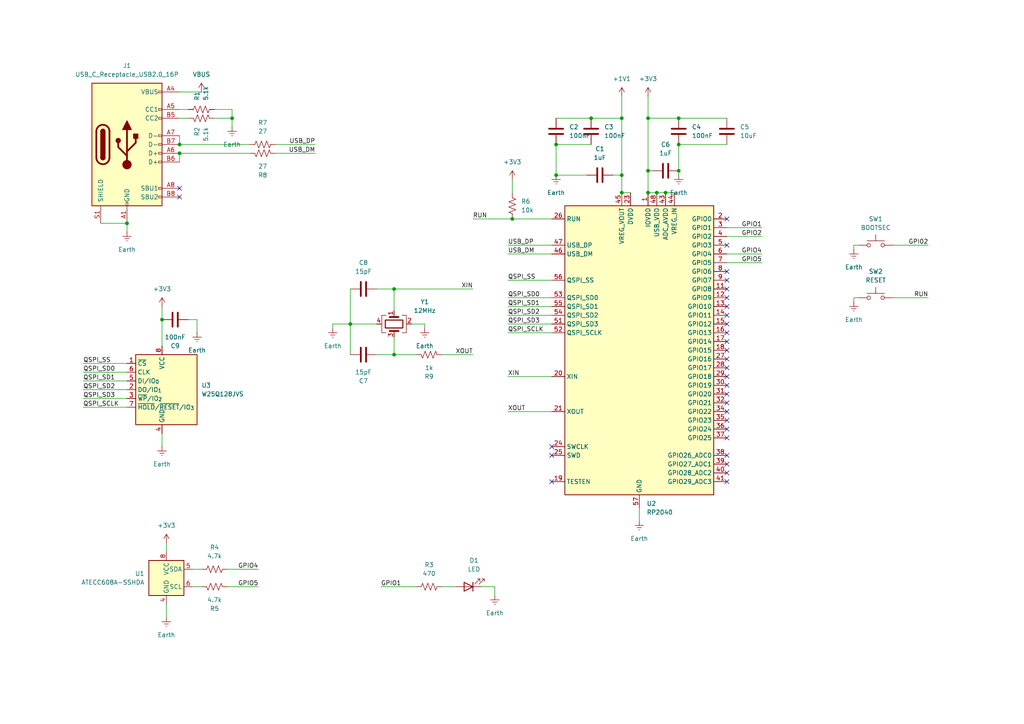
<source format=kicad_sch>
(kicad_sch (version 20250114) (generator "eeschema") (generator_version "9.0")
  (paper "A4")
  (lib_symbols
    (symbol "Connector:USB_C_Receptacle_USB2.0_16P" (pin_names (offset 1.016))
      (property "Reference" "J" (at 0 22.225 0))
      (property "Value" "USB_C_Receptacle_USB2.0_16P" (at 0 19.685 0))
      (symbol "USB_C_Receptacle_USB2.0_16P_0_0"
        (rectangle (start -0.254 -17.78) (end 0.254 -16.764))
        (rectangle (start 10.16 15.494) (end 9.144 14.986))
        (rectangle (start 10.16 10.414) (end 9.144 9.906))
        (rectangle (start 10.16 7.874) (end 9.144 7.366))
        (rectangle (start 10.16 2.794) (end 9.144 2.286))
        (rectangle (start 10.16 0.254) (end 9.144 -0.254))
        (rectangle (start 10.16 -2.286) (end 9.144 -2.794))
        (rectangle (start 10.16 -4.826) (end 9.144 -5.334))
        (rectangle (start 10.16 -12.446) (end 9.144 -12.954))
        (rectangle (start 10.16 -14.986) (end 9.144 -15.494))
      )
      (symbol "USB_C_Receptacle_USB2.0_16P_0_1"
        (rectangle (start -10.16 17.78) (end 10.16 -17.78) (stroke (width 0.254)) (fill (type background)))
        (polyline (pts (xy -8.89 -3.81) (xy -8.89 3.81)) (stroke (width 0.508)))
        (rectangle (start -7.62 -3.81) (end -6.35 3.81) (stroke (width 0.254)) (fill (type outline)))
        (arc (start -7.62 3.81) (mid -6.985 4.4423) (end -6.35 3.81) (stroke (width 0.254)))
        (arc (start -7.62 3.81) (mid -6.985 4.4423) (end -6.35 3.81) (stroke (width 0.254)) (fill (type outline)))
        (arc (start -8.89 3.81) (mid -6.985 5.7067) (end -5.08 3.81) (stroke (width 0.508)))
        (arc (start -5.08 -3.81) (mid -6.985 -5.7067) (end -8.89 -3.81) (stroke (width 0.508)))
        (arc (start -6.35 -3.81) (mid -6.985 -4.4423) (end -7.62 -3.81) (stroke (width 0.254)))
        (arc (start -6.35 -3.81) (mid -6.985 -4.4423) (end -7.62 -3.81) (stroke (width 0.254)) (fill (type outline)))
        (polyline (pts (xy -5.08 3.81) (xy -5.08 -3.81)) (stroke (width 0.508)))
        (circle (center -2.54 1.143) (radius 0.635) (stroke (width 0.254)) (fill (type outline)))
        (polyline (pts (xy -1.27 4.318) (xy 0 6.858) (xy 1.27 4.318) (xy -1.27 4.318)) (stroke (width 0.254)) (fill (type outline)))
        (polyline (pts (xy 0 -2.032) (xy 2.54 0.508) (xy 2.54 1.778)) (stroke (width 0.508)))
        (polyline (pts (xy 0 -3.302) (xy -2.54 -0.762) (xy -2.54 0.508)) (stroke (width 0.508)))
        (polyline (pts (xy 0 -5.842) (xy 0 4.318)) (stroke (width 0.508)))
        (circle (center 0 -5.842) (radius 1.27) (fill (type outline)))
        (rectangle (start 1.905 1.778) (end 3.175 3.048) (stroke (width 0.254)) (fill (type outline)))
      )
      (symbol "USB_C_Receptacle_USB2.0_16P_1_1"
        (pin passive line (at -7.62 -22.86 90) (length 5.08) (name "SHIELD") (number "S1"))
        (pin passive line (at 0 -22.86 90) (length 5.08) (name "GND") (number "A1"))
        (pin passive line (at 0 -22.86 90) (length 5.08) (hide yes) (name "GND") (number "A12"))
        (pin passive line (at 0 -22.86 90) (length 5.08) (hide yes) (name "GND") (number "B1"))
        (pin passive line (at 0 -22.86 90) (length 5.08) (hide yes) (name "GND") (number "B12"))
        (pin passive line (at 15.24 15.24 180) (length 5.08) (name "VBUS") (number "A4"))
        (pin passive line (at 15.24 15.24 180) (length 5.08) (hide yes) (name "VBUS") (number "A9"))
        (pin passive line (at 15.24 15.24 180) (length 5.08) (hide yes) (name "VBUS") (number "B4"))
        (pin passive line (at 15.24 15.24 180) (length 5.08) (hide yes) (name "VBUS") (number "B9"))
        (pin bidirectional line (at 15.24 10.16 180) (length 5.08) (name "CC1") (number "A5"))
        (pin bidirectional line (at 15.24 7.62 180) (length 5.08) (name "CC2") (number "B5"))
        (pin bidirectional line (at 15.24 2.54 180) (length 5.08) (name "D-") (number "A7"))
        (pin bidirectional line (at 15.24 0 180) (length 5.08) (name "D-") (number "B7"))
        (pin bidirectional line (at 15.24 -2.54 180) (length 5.08) (name "D+") (number "A6"))
        (pin bidirectional line (at 15.24 -5.08 180) (length 5.08) (name "D+") (number "B6"))
        (pin bidirectional line (at 15.24 -12.7 180) (length 5.08) (name "SBU1") (number "A8"))
        (pin bidirectional line (at 15.24 -15.24 180) (length 5.08) (name "SBU2") (number "B8"))
      )
    )
    (symbol "Device:C" (pin_numbers (hide yes)) (pin_names (offset 0.254))
      (property "Reference" "C" (at 0.635 2.54 0))
      (property "Value" "C" (at 0.635 -2.54 0))
      (symbol "C_0_1"
        (polyline (pts (xy -2.032 0.762) (xy 2.032 0.762)) (stroke (width 0.508)))
        (polyline (pts (xy -2.032 -0.762) (xy 2.032 -0.762)) (stroke (width 0.508)))
      )
      (symbol "C_1_1"
        (pin passive line (at 0 3.81 270) (length 2.794) (name "~") (number "1"))
        (pin passive line (at 0 -3.81 90) (length 2.794) (name "~") (number "2"))
      )
    )
    (symbol "Device:Crystal_GND24" (pin_names (offset 1.016) (hide yes))
      (property "Reference" "Y" (at 3.175 5.08 0))
      (property "Value" "Crystal_GND24" (at 3.175 3.175 0))
      (symbol "Crystal_GND24_0_1"
        (polyline (pts (xy -2.54 2.286) (xy -2.54 3.556) (xy 2.54 3.556) (xy 2.54 2.286)))
        (polyline (pts (xy -2.54 0) (xy -2.032 0)))
        (polyline (pts (xy -2.54 -2.286) (xy -2.54 -3.556) (xy 2.54 -3.556) (xy 2.54 -2.286)))
        (polyline (pts (xy -2.032 -1.27) (xy -2.032 1.27)) (stroke (width 0.508)))
        (rectangle (start -1.143 2.54) (end 1.143 -2.54) (stroke (width 0.3048)))
        (polyline (pts (xy 0 3.556) (xy 0 3.81)))
        (polyline (pts (xy 0 -3.81) (xy 0 -3.556)))
        (polyline (pts (xy 2.032 0) (xy 2.54 0)))
        (polyline (pts (xy 2.032 -1.27) (xy 2.032 1.27)) (stroke (width 0.508)))
      )
      (symbol "Crystal_GND24_1_1"
        (pin passive line (at -3.81 0 0) (length 1.27) (name "1") (number "1"))
        (pin passive line (at 0 5.08 270) (length 1.27) (name "2") (number "2"))
        (pin passive line (at 0 -5.08 90) (length 1.27) (name "4") (number "4"))
        (pin passive line (at 3.81 0 180) (length 1.27) (name "3") (number "3"))
      )
    )
    (symbol "Device:LED" (pin_numbers (hide yes)) (pin_names (offset 1.016) (hide yes))
      (property "Reference" "D" (at 0 2.54 0))
      (property "Value" "LED" (at 0 -2.54 0))
      (symbol "LED_0_1"
        (polyline (pts (xy -3.048 -0.762) (xy -4.572 -2.286) (xy -3.81 -2.286) (xy -4.572 -2.286) (xy -4.572 -1.524)))
        (polyline (pts (xy -1.778 -0.762) (xy -3.302 -2.286) (xy -2.54 -2.286) (xy -3.302 -2.286) (xy -3.302 -1.524)))
        (polyline (pts (xy -1.27 0) (xy 1.27 0)))
        (polyline (pts (xy -1.27 -1.27) (xy -1.27 1.27)) (stroke (width 0.254)))
        (polyline (pts (xy 1.27 -1.27) (xy 1.27 1.27) (xy -1.27 0) (xy 1.27 -1.27)) (stroke (width 0.254)))
      )
      (symbol "LED_1_1"
        (pin passive line (at -3.81 0 0) (length 2.54) (name "K") (number "1"))
        (pin passive line (at 3.81 0 180) (length 2.54) (name "A") (number "2"))
      )
    )
    (symbol "Device:R_US" (pin_numbers (hide yes)) (pin_names (offset 0))
      (property "Reference" "R" (at 2.54 0 90))
      (property "Value" "R_US" (at -2.54 0 90))
      (symbol "R_US_0_1"
        (polyline (pts (xy 0 2.286) (xy 0 2.54)))
        (polyline (pts (xy 0 2.286) (xy 1.016 1.905) (xy 0 1.524) (xy -1.016 1.143) (xy 0 0.762)))
        (polyline (pts (xy 0 0.762) (xy 1.016 0.381) (xy 0 0) (xy -1.016 -0.381) (xy 0 -0.762)))
        (polyline (pts (xy 0 -0.762) (xy 1.016 -1.143) (xy 0 -1.524) (xy -1.016 -1.905) (xy 0 -2.286)))
        (polyline (pts (xy 0 -2.286) (xy 0 -2.54)))
      )
      (symbol "R_US_1_1"
        (pin passive line (at 0 3.81 270) (length 1.27) (name "~") (number "1"))
        (pin passive line (at 0 -3.81 90) (length 1.27) (name "~") (number "2"))
      )
    )
    (symbol "MCU_RaspberryPi:RP2040"
      (property "Reference" "U" (at 17.78 45.72 0))
      (property "Value" "RP2040" (at 17.78 43.18 0))
      (symbol "RP2040_0_1"
        (rectangle (start -21.59 41.91) (end 21.59 -41.91) (stroke (width 0.254)) (fill (type background)))
      )
      (symbol "RP2040_1_1"
        (pin input line (at -25.4 38.1 0) (length 3.81) (name "RUN") (number "26"))
        (pin bidirectional line (at -25.4 30.48 0) (length 3.81) (name "USB_DP") (number "47"))
        (pin bidirectional line (at -25.4 27.94 0) (length 3.81) (name "USB_DM") (number "46"))
        (pin bidirectional line (at -25.4 20.32 0) (length 3.81) (name "QSPI_SS") (number "56"))
        (pin bidirectional line (at -25.4 15.24 0) (length 3.81) (name "QSPI_SD0") (number "53"))
        (pin bidirectional line (at -25.4 12.7 0) (length 3.81) (name "QSPI_SD1") (number "55"))
        (pin bidirectional line (at -25.4 10.16 0) (length 3.81) (name "QSPI_SD2") (number "54"))
        (pin bidirectional line (at -25.4 7.62 0) (length 3.81) (name "QSPI_SD3") (number "51"))
        (pin output line (at -25.4 5.08 0) (length 3.81) (name "QSPI_SCLK") (number "52"))
        (pin input line (at -25.4 -7.62 0) (length 3.81) (name "XIN") (number "20"))
        (pin passive line (at -25.4 -17.78 0) (length 3.81) (name "XOUT") (number "21"))
        (pin input line (at -25.4 -27.94 0) (length 3.81) (name "SWCLK") (number "24"))
        (pin bidirectional line (at -25.4 -30.48 0) (length 3.81) (name "SWD") (number "25"))
        (pin input line (at -25.4 -38.1 0) (length 3.81) (name "TESTEN") (number "19"))
        (pin power_out line (at -5.08 45.72 270) (length 3.81) (name "VREG_VOUT") (number "45"))
        (pin power_in line (at -2.54 45.72 270) (length 3.81) (name "DVDD") (number "23"))
        (pin passive line (at -2.54 45.72 270) (length 3.81) (hide yes) (name "DVDD") (number "50"))
        (pin power_in line (at 0 -45.72 90) (length 3.81) (name "GND") (number "57"))
        (pin power_in line (at 2.54 45.72 270) (length 3.81) (name "IOVDD") (number "1"))
        (pin passive line (at 2.54 45.72 270) (length 3.81) (hide yes) (name "IOVDD") (number "10"))
        (pin passive line (at 2.54 45.72 270) (length 3.81) (hide yes) (name "IOVDD") (number "22"))
        (pin passive line (at 2.54 45.72 270) (length 3.81) (hide yes) (name "IOVDD") (number "33"))
        (pin passive line (at 2.54 45.72 270) (length 3.81) (hide yes) (name "IOVDD") (number "42"))
        (pin passive line (at 2.54 45.72 270) (length 3.81) (hide yes) (name "IOVDD") (number "49"))
        (pin power_in line (at 5.08 45.72 270) (length 3.81) (name "USB_VDD") (number "48"))
        (pin power_in line (at 7.62 45.72 270) (length 3.81) (name "ADC_AVDD") (number "43"))
        (pin power_in line (at 10.16 45.72 270) (length 3.81) (name "VREG_IN") (number "44"))
        (pin bidirectional line (at 25.4 38.1 180) (length 3.81) (name "GPIO0") (number "2"))
        (pin bidirectional line (at 25.4 35.56 180) (length 3.81) (name "GPIO1") (number "3"))
        (pin bidirectional line (at 25.4 33.02 180) (length 3.81) (name "GPIO2") (number "4"))
        (pin bidirectional line (at 25.4 30.48 180) (length 3.81) (name "GPIO3") (number "5"))
        (pin bidirectional line (at 25.4 27.94 180) (length 3.81) (name "GPIO4") (number "6"))
        (pin bidirectional line (at 25.4 25.4 180) (length 3.81) (name "GPIO5") (number "7"))
        (pin bidirectional line (at 25.4 22.86 180) (length 3.81) (name "GPIO6") (number "8"))
        (pin bidirectional line (at 25.4 20.32 180) (length 3.81) (name "GPIO7") (number "9"))
        (pin bidirectional line (at 25.4 17.78 180) (length 3.81) (name "GPIO8") (number "11"))
        (pin bidirectional line (at 25.4 15.24 180) (length 3.81) (name "GPIO9") (number "12"))
        (pin bidirectional line (at 25.4 12.7 180) (length 3.81) (name "GPIO10") (number "13"))
        (pin bidirectional line (at 25.4 10.16 180) (length 3.81) (name "GPIO11") (number "14"))
        (pin bidirectional line (at 25.4 7.62 180) (length 3.81) (name "GPIO12") (number "15"))
        (pin bidirectional line (at 25.4 5.08 180) (length 3.81) (name "GPIO13") (number "16"))
        (pin bidirectional line (at 25.4 2.54 180) (length 3.81) (name "GPIO14") (number "17"))
        (pin bidirectional line (at 25.4 0 180) (length 3.81) (name "GPIO15") (number "18"))
        (pin bidirectional line (at 25.4 -2.54 180) (length 3.81) (name "GPIO16") (number "27"))
        (pin bidirectional line (at 25.4 -5.08 180) (length 3.81) (name "GPIO17") (number "28"))
        (pin bidirectional line (at 25.4 -7.62 180) (length 3.81) (name "GPIO18") (number "29"))
        (pin bidirectional line (at 25.4 -10.16 180) (length 3.81) (name "GPIO19") (number "30"))
        (pin bidirectional line (at 25.4 -12.7 180) (length 3.81) (name "GPIO20") (number "31"))
        (pin bidirectional line (at 25.4 -15.24 180) (length 3.81) (name "GPIO21") (number "32"))
        (pin bidirectional line (at 25.4 -17.78 180) (length 3.81) (name "GPIO22") (number "34"))
        (pin bidirectional line (at 25.4 -20.32 180) (length 3.81) (name "GPIO23") (number "35"))
        (pin bidirectional line (at 25.4 -22.86 180) (length 3.81) (name "GPIO24") (number "36"))
        (pin bidirectional line (at 25.4 -25.4 180) (length 3.81) (name "GPIO25") (number "37"))
        (pin bidirectional line (at 25.4 -30.48 180) (length 3.81) (name "GPIO26_ADC0") (number "38"))
        (pin bidirectional line (at 25.4 -33.02 180) (length 3.81) (name "GPIO27_ADC1") (number "39"))
        (pin bidirectional line (at 25.4 -35.56 180) (length 3.81) (name "GPIO28_ADC2") (number "40"))
        (pin bidirectional line (at 25.4 -38.1 180) (length 3.81) (name "GPIO29_ADC3") (number "41"))
      )
    )
    (symbol "Memory_Flash:W25Q128JVS"
      (property "Reference" "U" (at -6.35 11.43 0))
      (property "Value" "W25Q128JVS" (at 7.62 11.43 0))
      (symbol "W25Q128JVS_0_1"
        (rectangle (start -7.62 10.16) (end 10.16 -10.16) (stroke (width 0.254)) (fill (type background)))
      )
      (symbol "W25Q128JVS_1_1"
        (pin input line (at -10.16 7.62 0) (length 2.54) (name "~{CS}") (number "1"))
        (pin input line (at -10.16 5.08 0) (length 2.54) (name "CLK") (number "6"))
        (pin bidirectional line (at -10.16 2.54 0) (length 2.54) (name "DI/IO_{0}") (number "5"))
        (pin bidirectional line (at -10.16 0 0) (length 2.54) (name "DO/IO_{1}") (number "2"))
        (pin bidirectional line (at -10.16 -2.54 0) (length 2.54) (name "~{WP}/IO_{2}") (number "3"))
        (pin bidirectional line (at -10.16 -5.08 0) (length 2.54) (name "~{HOLD}/~{RESET}/IO_{3}") (number "7"))
        (pin power_in line (at 0 12.7 270) (length 2.54) (name "VCC") (number "8"))
        (pin power_in line (at 0 -12.7 90) (length 2.54) (name "GND") (number "4"))
      )
    )
    (symbol "Security:ATECC608A-SSHDA"
      (property "Reference" "U" (at 3.81 6.35 0))
      (property "Value" "ATECC608A-SSHDA" (at 10.16 -6.35 0))
      (symbol "ATECC608A-SSHDA_0_1"
        (rectangle (start -5.08 5.08) (end 5.08 -5.08) (stroke (width 0.254)) (fill (type background)))
      )
      (symbol "ATECC608A-SSHDA_1_1"
        (pin no_connect line (at -5.08 2.54 0) (length 2.54) (hide yes) (name "NC") (number "1"))
        (pin no_connect line (at -5.08 0 0) (length 2.54) (hide yes) (name "NC") (number "2"))
        (pin no_connect line (at -5.08 -2.54 0) (length 2.54) (hide yes) (name "NC") (number "3"))
        (pin power_in line (at 0 7.62 270) (length 2.54) (name "VCC") (number "8"))
        (pin power_in line (at 0 -7.62 90) (length 2.54) (name "GND") (number "4"))
        (pin no_connect line (at 5.08 0 180) (length 2.54) (hide yes) (name "NC") (number "7"))
        (pin bidirectional line (at 7.62 2.54 180) (length 2.54) (name "SDA") (number "5"))
        (pin input line (at 7.62 -2.54 180) (length 2.54) (name "SCL") (number "6"))
      )
    )
    (symbol "Switch:SW_Push" (pin_numbers (hide yes)) (pin_names (offset 1.016) (hide yes))
      (property "Reference" "SW" (at 1.27 2.54 0))
      (property "Value" "SW_Push" (at 0 -1.524 0))
      (symbol "SW_Push_0_1"
        (circle (center -2.032 0) (radius 0.508))
        (polyline (pts (xy 0 1.27) (xy 0 3.048)))
        (circle (center 2.032 0) (radius 0.508))
        (polyline (pts (xy 2.54 1.27) (xy -2.54 1.27)))
        (pin passive line (at -5.08 0 0) (length 2.54) (name "1") (number "1"))
        (pin passive line (at 5.08 0 180) (length 2.54) (name "2") (number "2"))
      )
    )
    (symbol "power:+1V1" (power) (pin_numbers (hide yes)) (pin_names (offset 0) (hide yes))
      (property "Value" "+1V1" (at 0 3.556 0))
      (symbol "+1V1_0_1"
        (polyline (pts (xy -0.762 1.27) (xy 0 2.54)))
        (polyline (pts (xy 0 2.54) (xy 0.762 1.27)))
        (polyline (pts (xy 0 0) (xy 0 2.54)))
      )
      (symbol "+1V1_1_1"
        (pin power_in line (at 0 0 90) (length 0) (name "~") (number "1"))
      )
    )
    (symbol "power:+3V3" (power) (pin_numbers (hide yes)) (pin_names (offset 0) (hide yes))
      (property "Value" "+3V3" (at 0 3.556 0))
      (symbol "+3V3_0_1"
        (polyline (pts (xy -0.762 1.27) (xy 0 2.54)))
        (polyline (pts (xy 0 2.54) (xy 0.762 1.27)))
        (polyline (pts (xy 0 0) (xy 0 2.54)))
      )
      (symbol "+3V3_1_1"
        (pin power_in line (at 0 0 90) (length 0) (name "~") (number "1"))
      )
    )
    (symbol "power:Earth" (power) (pin_numbers (hide yes)) (pin_names (offset 0) (hide yes))
      (property "Value" "Earth" (at 0 -3.81 0))
      (symbol "Earth_0_1"
        (polyline (pts (xy -0.635 -1.905) (xy 0.635 -1.905)))
        (polyline (pts (xy -0.127 -2.54) (xy 0.127 -2.54)))
        (polyline (pts (xy 0 -1.27) (xy 0 0)))
        (polyline (pts (xy 1.27 -1.27) (xy -1.27 -1.27)))
      )
      (symbol "Earth_1_1"
        (pin power_in line (at 0 0 270) (length 0) (name "~") (number "1"))
      )
    )
    (symbol "power:VBUS" (power) (pin_numbers (hide yes)) (pin_names (offset 0) (hide yes))
      (property "Value" "VBUS" (at 0 3.556 0))
      (symbol "VBUS_0_1"
        (polyline (pts (xy -0.762 1.27) (xy 0 2.54)))
        (polyline (pts (xy 0 2.54) (xy 0.762 1.27)))
        (polyline (pts (xy 0 0) (xy 0 2.54)))
      )
      (symbol "VBUS_1_1"
        (pin power_in line (at 0 0 90) (length 0) (name "~") (number "1"))
      )
    )
  )
  (junction (at 114.3 102.87))
  (junction (at 187.96 34.29))
  (junction (at 180.34 55.88))
  (junction (at 101.6 93.98))
  (junction (at 193.04 55.88))
  (junction (at 180.34 34.29))
  (junction (at 148.59 63.5))
  (junction (at 180.34 50.8))
  (junction (at 196.85 41.91))
  (junction (at 196.85 49.53))
  (junction (at 67.31 34.29))
  (junction (at 187.96 55.88))
  (junction (at 190.5 55.88))
  (junction (at 52.07 44.45))
  (junction (at 196.85 34.29))
  (junction (at 161.29 41.91))
  (junction (at 46.99 92.71))
  (junction (at 161.29 50.8))
  (junction (at 36.83 64.77))
  (junction (at 171.45 34.29))
  (junction (at 52.07 41.91))
  (junction (at 187.96 49.53))
  (junction (at 114.3 83.82))
  (no_connect (at 210.82 93.98))
  (no_connect (at 210.82 124.46))
  (no_connect (at 210.82 63.5))
  (no_connect (at 210.82 134.62))
  (no_connect (at 210.82 127))
  (no_connect (at 210.82 91.44))
  (no_connect (at 210.82 99.06))
  (no_connect (at 210.82 81.28))
  (no_connect (at 160.02 132.08))
  (no_connect (at 210.82 137.16))
  (no_connect (at 160.02 129.54))
  (no_connect (at 160.02 139.7))
  (no_connect (at 210.82 71.12))
  (no_connect (at 210.82 109.22))
  (no_connect (at 210.82 116.84))
  (no_connect (at 210.82 96.52))
  (no_connect (at 210.82 78.74))
  (no_connect (at 210.82 86.36))
  (no_connect (at 210.82 114.3))
  (no_connect (at 210.82 101.6))
  (no_connect (at 52.07 54.61))
  (no_connect (at 210.82 139.7))
  (no_connect (at 210.82 106.68))
  (no_connect (at 210.82 111.76))
  (no_connect (at 210.82 88.9))
  (no_connect (at 210.82 119.38))
  (no_connect (at 210.82 104.14))
  (no_connect (at 210.82 132.08))
  (no_connect (at 52.07 57.15))
  (no_connect (at 210.82 83.82))
  (no_connect (at 210.82 121.92))
  (wire (pts (xy 109.22 83.82) (xy 114.3 83.82)))
  (wire (pts (xy 114.3 83.82) (xy 114.3 90.17)))
  (wire (pts (xy 147.32 96.52) (xy 160.02 96.52)))
  (wire (pts (xy 52.07 26.67) (xy 58.42 26.67)))
  (wire (pts (xy 161.29 41.91) (xy 161.29 50.8)))
  (wire (pts (xy 80.01 41.91) (xy 91.44 41.91)))
  (wire (pts (xy 185.42 147.32) (xy 185.42 151.13)))
  (wire (pts (xy 259.08 71.12) (xy 269.24 71.12)))
  (wire (pts (xy 67.31 34.29) (xy 67.31 36.83)))
  (wire (pts (xy 147.32 93.98) (xy 160.02 93.98)))
  (wire (pts (xy 101.6 83.82) (xy 101.6 93.98)))
  (wire (pts (xy 187.96 27.94) (xy 187.96 34.29)))
  (wire (pts (xy 55.88 170.18) (xy 58.42 170.18)))
  (wire (pts (xy 193.04 55.88) (xy 195.58 55.88)))
  (wire (pts (xy 196.85 41.91) (xy 210.82 41.91)))
  (wire (pts (xy 24.13 110.49) (xy 36.83 110.49)))
  (wire (pts (xy 143.51 170.18) (xy 143.51 172.72)))
  (wire (pts (xy 114.3 83.82) (xy 137.16 83.82)))
  (wire (pts (xy 196.85 34.29) (xy 210.82 34.29)))
  (wire (pts (xy 180.34 34.29) (xy 180.34 50.8)))
  (wire (pts (xy 128.27 170.18) (xy 132.08 170.18)))
  (wire (pts (xy 196.85 41.91) (xy 196.85 49.53)))
  (wire (pts (xy 46.99 125.73) (xy 46.99 129.54)))
  (wire (pts (xy 210.82 73.66) (xy 220.98 73.66)))
  (wire (pts (xy 66.04 170.18) (xy 74.93 170.18)))
  (wire (pts (xy 180.34 55.88) (xy 182.88 55.88)))
  (wire (pts (xy 187.96 55.88) (xy 190.5 55.88)))
  (wire (pts (xy 147.32 81.28) (xy 160.02 81.28)))
  (wire (pts (xy 247.65 86.36) (xy 247.65 87.63)))
  (wire (pts (xy 210.82 68.58) (xy 220.98 68.58)))
  (wire (pts (xy 190.5 55.88) (xy 193.04 55.88)))
  (wire (pts (xy 177.8 50.8) (xy 180.34 50.8)))
  (wire (pts (xy 148.59 52.07) (xy 148.59 55.88)))
  (wire (pts (xy 196.85 49.53) (xy 196.85 50.8)))
  (wire (pts (xy 46.99 92.71) (xy 46.99 100.33)))
  (wire (pts (xy 48.26 157.48) (xy 48.26 160.02)))
  (wire (pts (xy 114.3 102.87) (xy 120.65 102.87)))
  (wire (pts (xy 24.13 107.95) (xy 36.83 107.95)))
  (wire (pts (xy 96.52 93.98) (xy 101.6 93.98)))
  (wire (pts (xy 147.32 91.44) (xy 160.02 91.44)))
  (wire (pts (xy 171.45 34.29) (xy 180.34 34.29)))
  (wire (pts (xy 247.65 71.12) (xy 247.65 72.39)))
  (wire (pts (xy 170.18 50.8) (xy 161.29 50.8)))
  (wire (pts (xy 55.88 165.1) (xy 58.42 165.1)))
  (wire (pts (xy 139.7 170.18) (xy 143.51 170.18)))
  (wire (pts (xy 248.92 71.12) (xy 247.65 71.12)))
  (wire (pts (xy 147.32 71.12) (xy 160.02 71.12)))
  (wire (pts (xy 259.08 86.36) (xy 269.24 86.36)))
  (wire (pts (xy 187.96 49.53) (xy 189.23 49.53)))
  (wire (pts (xy 210.82 76.2) (xy 220.98 76.2)))
  (wire (pts (xy 210.82 66.04) (xy 220.98 66.04)))
  (wire (pts (xy 147.32 86.36) (xy 160.02 86.36)))
  (wire (pts (xy 80.01 44.45) (xy 91.44 44.45)))
  (wire (pts (xy 114.3 97.79) (xy 114.3 102.87)))
  (wire (pts (xy 161.29 34.29) (xy 171.45 34.29)))
  (wire (pts (xy 137.16 63.5) (xy 148.59 63.5)))
  (wire (pts (xy 160.02 109.22) (xy 147.32 109.22)))
  (wire (pts (xy 123.19 93.98) (xy 123.19 95.25)))
  (wire (pts (xy 66.04 165.1) (xy 74.93 165.1)))
  (wire (pts (xy 187.96 49.53) (xy 187.96 55.88)))
  (wire (pts (xy 147.32 88.9) (xy 160.02 88.9)))
  (wire (pts (xy 36.83 64.77) (xy 36.83 67.31)))
  (wire (pts (xy 24.13 113.03) (xy 36.83 113.03)))
  (wire (pts (xy 52.07 31.75) (xy 54.61 31.75)))
  (wire (pts (xy 248.92 86.36) (xy 247.65 86.36)))
  (wire (pts (xy 187.96 34.29) (xy 187.96 49.53)))
  (wire (pts (xy 180.34 27.94) (xy 180.34 34.29)))
  (wire (pts (xy 24.13 105.41) (xy 36.83 105.41)))
  (wire (pts (xy 128.27 102.87) (xy 137.16 102.87)))
  (wire (pts (xy 101.6 93.98) (xy 101.6 102.87)))
  (wire (pts (xy 48.26 175.26) (xy 48.26 179.07)))
  (wire (pts (xy 52.07 44.45) (xy 72.39 44.45)))
  (wire (pts (xy 161.29 41.91) (xy 171.45 41.91)))
  (wire (pts (xy 148.59 63.5) (xy 160.02 63.5)))
  (wire (pts (xy 147.32 119.38) (xy 160.02 119.38)))
  (wire (pts (xy 101.6 93.98) (xy 109.22 93.98)))
  (wire (pts (xy 46.99 88.9) (xy 46.99 92.71)))
  (wire (pts (xy 187.96 34.29) (xy 196.85 34.29)))
  (wire (pts (xy 52.07 41.91) (xy 72.39 41.91)))
  (wire (pts (xy 180.34 50.8) (xy 180.34 55.88)))
  (wire (pts (xy 96.52 93.98) (xy 96.52 95.25)))
  (wire (pts (xy 29.21 64.77) (xy 36.83 64.77)))
  (wire (pts (xy 62.23 34.29) (xy 67.31 34.29)))
  (wire (pts (xy 54.61 92.71) (xy 57.15 92.71)))
  (wire (pts (xy 52.07 44.45) (xy 52.07 46.99)))
  (wire (pts (xy 119.38 93.98) (xy 123.19 93.98)))
  (wire (pts (xy 147.32 73.66) (xy 160.02 73.66)))
  (wire (pts (xy 62.23 31.75) (xy 67.31 31.75)))
  (wire (pts (xy 57.15 92.71) (xy 57.15 96.52)))
  (wire (pts (xy 52.07 39.37) (xy 52.07 41.91)))
  (wire (pts (xy 52.07 34.29) (xy 54.61 34.29)))
  (wire (pts (xy 24.13 118.11) (xy 36.83 118.11)))
  (wire (pts (xy 67.31 31.75) (xy 67.31 34.29)))
  (wire (pts (xy 109.22 102.87) (xy 114.3 102.87)))
  (wire (pts (xy 24.13 115.57) (xy 36.83 115.57)))
  (wire (pts (xy 110.49 170.18) (xy 120.65 170.18)))
  (label "GPIO4" (at 220.98 73.66 180))
  (label "GPIO1" (at 110.49 170.18 0))
  (label "QSPI_SD0" (at 24.13 107.95 0))
  (label "QSPI_SD2" (at 24.13 113.03 0))
  (label "QSPI_SD1" (at 24.13 110.49 0))
  (label "QSPI_SD0" (at 147.32 86.36 0))
  (label "RUN" (at 137.16 63.5 0))
  (label "QSPI_SS" (at 147.32 81.28 0))
  (label "XIN" (at 147.32 109.22 0))
  (label "GPIO1" (at 220.98 66.04 180))
  (label "USB_DM" (at 147.32 73.66 0))
  (label "RUN" (at 269.24 86.36 180))
  (label "QSPI_SCLK" (at 24.13 118.11 0))
  (label "QSPI_SD1" (at 147.32 88.9 0))
  (label "QSPI_SD2" (at 147.32 91.44 0))
  (label "QSPI_SD3" (at 24.13 115.57 0))
  (label "USB_DM" (at 91.44 44.45 180))
  (label "QSPI_SD3" (at 147.32 93.98 0))
  (label "QSPI_SCLK" (at 147.32 96.52 0))
  (label "XOUT" (at 137.16 102.87 180))
  (label "USB_DP" (at 91.44 41.91 180))
  (label "GPIO2" (at 220.98 68.58 180))
  (label "GPIO5" (at 74.93 170.18 180))
  (label "XIN" (at 137.16 83.82 180))
  (label "XOUT" (at 147.32 119.38 0))
  (label "QSPI_SS" (at 24.13 105.41 0))
  (label "GPIO5" (at 220.98 76.2 180))
  (label "GPI02" (at 269.24 71.12 180))
  (label "GPIO4" (at 74.93 165.1 180))
  (label "USB_DP" (at 147.32 71.12 0))
  (symbol (lib_id "power:+3V3") (at 187.96 27.94 0) (unit 1)
    (property "Reference" "#PWR010" (effects (hide yes)))
    (property "Value" "+3V3" (at 187.96 22.86 0))
    (property "Description" "Power symbol creates a global label with name \"+3V3\"" (effects (hide yes)))
  )
  (symbol (lib_id "power:+3V3") (at 148.59 52.07 0) (unit 1)
    (property "Reference" "#PWR014" (effects (hide yes)))
    (property "Value" "+3V3" (at 148.59 46.99 0))
    (property "Description" "Power symbol creates a global label with name \"+3V3\"" (effects (hide yes)))
  )
  (symbol (lib_id "power:Earth") (at 67.31 36.83 0) (unit 1)
    (property "Reference" "#PWR04" (effects (hide yes)))
    (property "Value" "Earth" (at 67.31 41.91 0))
    (property "Description" "Power symbol creates a global label with name \"Earth\"" (effects (hide yes)))
  )
  (symbol (lib_id "MCU_RaspberryPi:RP2040") (at 185.42 101.6 0) (unit 1)
    (property "Reference" "U2" (at 187.5633 146.05 0) (effects (justify left)))
    (property "Value" "RP2040" (at 187.5633 148.59 0) (effects (justify left)))
    (property "Footprint" "Package_DFN_QFN:QFN-56-1EP_7x7mm_P0.4mm_EP3.2x3.2mm" (effects (hide yes)))
    (property "Datasheet" "https://datasheets.raspberrypi.com/rp2040/rp2040-datasheet.pdf" (effects (hide yes)))
    (property "Description" "A microcontroller by Raspberry Pi" (effects (hide yes)))
  )
  (symbol (lib_id "Security:ATECC608A-SSHDA") (at 48.26 167.64 0) (unit 1)
    (property "Reference" "U1" (at 41.91 166.3699 0) (effects (justify right)))
    (property "Value" "ATECC608A-SSHDA" (at 41.91 168.9099 0) (effects (justify right)))
    (property "Footprint" "Package_SO:SOIC-8_3.9x4.9mm_P1.27mm" (effects (hide yes)))
    (property "Datasheet" "http://ww1.microchip.com/downloads/en/DeviceDoc/ATECC608A-CryptoAuthentication-Device-Summary-Data-Sheet-DS40001977B.pdf" (effects (hide yes)))
    (property "Description" "Cryptographic Co-Processor with Secure Hardware-based 16 Key Storage, ECDSA and ECDH support, I2C, SOIC-8" (effects (hide yes)))
  )
  (symbol (lib_id "Device:C") (at 196.85 38.1 180) (unit 1)
    (property "Reference" "C4" (at 200.66 36.8299 0) (effects (justify right)))
    (property "Value" "100nF" (at 200.66 39.3699 0) (effects (justify right)))
    (property "Footprint" "Capacitor_SMD:C_0402_1005Metric" (effects (hide yes)))
    (property "Description" "Unpolarized capacitor" (effects (hide yes)))
  )
  (symbol (lib_id "Device:C") (at 171.45 38.1 180) (unit 1)
    (property "Reference" "C3" (at 175.26 36.8299 0) (effects (justify right)))
    (property "Value" "100nF" (at 175.26 39.3699 0) (effects (justify right)))
    (property "Footprint" "Capacitor_SMD:C_0402_1005Metric" (effects (hide yes)))
    (property "Description" "Unpolarized capacitor" (effects (hide yes)))
  )
  (symbol (lib_id "Device:C") (at 50.8 92.71 90) (mirror x) (unit 1)
    (property "Reference" "C9" (at 50.8 100.33 90))
    (property "Value" "100nF" (at 50.8 97.79 90))
    (property "Footprint" "Capacitor_SMD:C_0402_1005Metric" (effects (hide yes)))
    (property "Description" "Unpolarized capacitor" (effects (hide yes)))
  )
  (symbol (lib_id "power:Earth") (at 161.29 50.8 0) (unit 1)
    (property "Reference" "#PWR09" (effects (hide yes)))
    (property "Value" "Earth" (at 161.29 55.88 0))
    (property "Description" "Power symbol creates a global label with name \"Earth\"" (effects (hide yes)))
  )
  (symbol (lib_id "Device:C") (at 193.04 49.53 270) (unit 1)
    (property "Reference" "C6" (at 193.04 41.91 90))
    (property "Value" "1uF" (at 193.04 44.45 90))
    (property "Footprint" "Capacitor_SMD:C_0402_1005Metric" (effects (hide yes)))
    (property "Description" "Unpolarized capacitor" (effects (hide yes)))
  )
  (symbol (lib_id "Device:R_US") (at 76.2 41.91 90) (unit 1)
    (property "Reference" "R7" (at 76.2 35.56 90))
    (property "Value" "27" (at 76.2 38.1 90))
    (property "Footprint" "Inductor_SMD:L_0402_1005Metric" (effects (hide yes)))
    (property "Description" "Resistor, US symbol" (effects (hide yes)))
  )
  (symbol (lib_id "power:Earth") (at 57.15 96.52 0) (unit 1)
    (property "Reference" "#PWR018" (effects (hide yes)))
    (property "Value" "Earth" (at 57.15 101.6 0))
    (property "Description" "Power symbol creates a global label with name \"Earth\"" (effects (hide yes)))
  )
  (symbol (lib_id "Device:R_US") (at 58.42 34.29 90) (mirror x) (unit 1)
    (property "Reference" "R2" (at 57.1499 36.83 0) (effects (justify left)))
    (property "Value" "5.1k" (at 59.6899 36.83 0) (effects (justify left)))
    (property "Footprint" "Inductor_SMD:L_0402_1005Metric" (effects (hide yes)))
    (property "Description" "Resistor, US symbol" (effects (hide yes)))
  )
  (symbol (lib_id "power:Earth") (at 247.65 87.63 0) (unit 1)
    (property "Reference" "#PWR07" (effects (hide yes)))
    (property "Value" "Earth" (at 247.65 92.71 0))
    (property "Description" "Power symbol creates a global label with name \"Earth\"" (effects (hide yes)))
  )
  (symbol (lib_id "power:Earth") (at 48.26 179.07 0) (unit 1)
    (property "Reference" "#PWR012" (effects (hide yes)))
    (property "Value" "Earth" (at 48.26 184.15 0))
    (property "Description" "Power symbol creates a global label with name \"Earth\"" (effects (hide yes)))
  )
  (symbol (lib_id "Memory_Flash:W25Q128JVS") (at 46.99 113.03 0) (unit 1)
    (property "Reference" "U3" (at 58.42 111.7599 0) (effects (justify left)))
    (property "Value" "W25Q128JVS" (at 58.42 114.2999 0) (effects (justify left)))
    (property "Footprint" "Package_SO:SOIC-8_5.3x5.3mm_P1.27mm" (effects (hide yes)))
    (property "Datasheet" "https://www.winbond.com/resource-files/w25q128jv_dtr%20revc%2003272018%20plus.pdf" (effects (hide yes)))
    (property "Description" "128Mbit / 16MiB Serial Flash Memory, Standard/Dual/Quad SPI, 2.7-3.6V, SOIC-8" (effects (hide yes)))
  )
  (symbol (lib_id "Switch:SW_Push") (at 254 71.12 0) (unit 1)
    (property "Reference" "SW1" (at 254 63.5 0))
    (property "Value" "BOOTSEC" (at 254 66.04 0))
    (property "Footprint" "Button_Switch_SMD:SW_Tactile_SPST_NO_Straight_CK_PTS636Sx25SMTRLFS" (effects (hide yes)))
    (property "Description" "Push button switch, generic, two pins" (effects (hide yes)))
  )
  (symbol (lib_id "power:+3V3") (at 48.26 157.48 0) (unit 1)
    (property "Reference" "#PWR011" (effects (hide yes)))
    (property "Value" "+3V3" (at 48.26 152.4 0))
    (property "Description" "Power symbol creates a global label with name \"+3V3\"" (effects (hide yes)))
  )
  (symbol (lib_id "power:Earth") (at 46.99 129.54 0) (unit 1)
    (property "Reference" "#PWR017" (effects (hide yes)))
    (property "Value" "Earth" (at 46.99 134.62 0))
    (property "Description" "Power symbol creates a global label with name \"Earth\"" (effects (hide yes)))
  )
  (symbol (lib_id "power:Earth") (at 143.51 172.72 0) (unit 1)
    (property "Reference" "#PWR08" (effects (hide yes)))
    (property "Value" "Earth" (at 143.51 177.8 0))
    (property "Description" "Power symbol creates a global label with name \"Earth\"" (effects (hide yes)))
  )
  (symbol (lib_id "Device:R_US") (at 62.23 165.1 270) (unit 1)
    (property "Reference" "R4" (at 62.23 158.75 90))
    (property "Value" "4.7k" (at 62.23 161.29 90))
    (property "Footprint" "Inductor_SMD:L_0402_1005Metric" (effects (hide yes)))
    (property "Description" "Resistor, US symbol" (effects (hide yes)))
  )
  (symbol (lib_id "Device:C") (at 161.29 38.1 180) (unit 1)
    (property "Reference" "C2" (at 165.1 36.8299 0) (effects (justify right)))
    (property "Value" "100nF" (at 165.1 39.3699 0) (effects (justify right)))
    (property "Footprint" "Capacitor_SMD:C_0402_1005Metric" (effects (hide yes)))
    (property "Description" "Unpolarized capacitor" (effects (hide yes)))
  )
  (symbol (lib_id "power:VBUS") (at 58.42 26.67 0) (unit 1)
    (property "Reference" "#PWR03" (effects (hide yes)))
    (property "Value" "VBUS" (at 58.42 21.59 0))
    (property "Description" "Power symbol creates a global label with name \"VBUS\"" (effects (hide yes)))
  )
  (symbol (lib_id "power:Earth") (at 123.19 95.25 0) (unit 1)
    (property "Reference" "#PWR015" (effects (hide yes)))
    (property "Value" "Earth" (at 123.19 100.33 0))
    (property "Description" "Power symbol creates a global label with name \"Earth\"" (effects (hide yes)))
  )
  (symbol (lib_id "Device:R_US") (at 58.42 31.75 90) (unit 1)
    (property "Reference" "R1" (at 57.1499 29.21 0) (effects (justify left)))
    (property "Value" "5.1k" (at 59.6899 29.21 0) (effects (justify left)))
    (property "Footprint" "Inductor_SMD:L_0402_1005Metric" (effects (hide yes)))
    (property "Description" "Resistor, US symbol" (effects (hide yes)))
  )
  (symbol (lib_id "Connector:USB_C_Receptacle_USB2.0_16P") (at 36.83 41.91 0) (unit 1)
    (property "Reference" "J1" (at 36.83 19.05 0))
    (property "Value" "USB_C_Receptacle_USB2.0_16P" (at 36.83 21.59 0))
    (property "Footprint" "Connector_USB:USB_C_Receptacle_GCT_USB4105-xx-A_16P_TopMnt_Horizontal" (effects (hide yes)))
    (property "Datasheet" "https://www.usb.org/sites/default/files/documents/usb_type-c.zip" (effects (hide yes)))
    (property "Description" "USB 2.0-only 16P Type-C Receptacle connector" (effects (hide yes)))
  )
  (symbol (lib_id "power:Earth") (at 96.52 95.25 0) (unit 1)
    (property "Reference" "#PWR016" (effects (hide yes)))
    (property "Value" "Earth" (at 96.52 100.33 0))
    (property "Description" "Power symbol creates a global label with name \"Earth\"" (effects (hide yes)))
  )
  (symbol (lib_id "Device:C") (at 105.41 102.87 90) (mirror x) (unit 1)
    (property "Reference" "C7" (at 105.41 110.49 90))
    (property "Value" "15pF" (at 105.41 107.95 90))
    (property "Footprint" "Capacitor_SMD:C_0402_1005Metric" (effects (hide yes)))
    (property "Description" "Unpolarized capacitor" (effects (hide yes)))
  )
  (symbol (lib_id "power:Earth") (at 247.65 72.39 0) (unit 1)
    (property "Reference" "#PWR06" (effects (hide yes)))
    (property "Value" "Earth" (at 247.65 77.47 0))
    (property "Description" "Power symbol creates a global label with name \"Earth\"" (effects (hide yes)))
  )
  (symbol (lib_id "power:Earth") (at 196.85 50.8 0) (unit 1)
    (property "Reference" "#PWR013" (effects (hide yes)))
    (property "Value" "Earth" (at 196.85 55.88 0))
    (property "Description" "Power symbol creates a global label with name \"Earth\"" (effects (hide yes)))
  )
  (symbol (lib_id "Device:R_US") (at 62.23 170.18 270) (mirror x) (unit 1)
    (property "Reference" "R5" (at 62.23 176.53 90))
    (property "Value" "4.7k" (at 62.23 173.99 90))
    (property "Footprint" "Inductor_SMD:L_0402_1005Metric" (effects (hide yes)))
    (property "Description" "Resistor, US symbol" (effects (hide yes)))
  )
  (symbol (lib_id "Device:R_US") (at 148.59 59.69 0) (unit 1)
    (property "Reference" "R6" (at 151.13 58.4199 0) (effects (justify left)))
    (property "Value" "10k" (at 151.13 60.9599 0) (effects (justify left)))
    (property "Footprint" "Inductor_SMD:L_0402_1005Metric" (effects (hide yes)))
    (property "Description" "Resistor, US symbol" (effects (hide yes)))
  )
  (symbol (lib_id "power:Earth") (at 185.42 151.13 0) (unit 1)
    (property "Reference" "#PWR01" (effects (hide yes)))
    (property "Value" "Earth" (at 185.42 156.21 0))
    (property "Description" "Power symbol creates a global label with name \"Earth\"" (effects (hide yes)))
  )
  (symbol (lib_id "Device:R_US") (at 76.2 44.45 90) (mirror x) (unit 1)
    (property "Reference" "R8" (at 76.2 50.8 90))
    (property "Value" "27" (at 76.2 48.26 90))
    (property "Footprint" "Inductor_SMD:L_0402_1005Metric" (effects (hide yes)))
    (property "Description" "Resistor, US symbol" (effects (hide yes)))
  )
  (symbol (lib_id "Device:LED") (at 135.89 170.18 180) (unit 1)
    (property "Reference" "D1" (at 137.4775 162.56 0))
    (property "Value" "LED" (at 137.4775 165.1 0))
    (property "Footprint" "Capacitor_SMD:C_0402_1005Metric" (effects (hide yes)))
    (property "Description" "Light emitting diode" (effects (hide yes)))
    (property "Sim.Pins" "1=K 2=A" (effects (hide yes)))
  )
  (symbol (lib_id "Device:Crystal_GND24") (at 114.3 93.98 270) (unit 1)
    (property "Reference" "Y1" (at 123.19 87.5598 90))
    (property "Value" "12MHz" (at 123.19 90.0998 90))
    (property "Footprint" "Crystal:Crystal_SMD_Abracon_ABM8G-4Pin_3.2x2.5mm" (effects (hide yes)))
    (property "Description" "Four pin crystal, GND on pins 2 and 4" (effects (hide yes)))
  )
  (symbol (lib_id "power:+1V1") (at 180.34 27.94 0) (unit 1)
    (property "Reference" "#PWR05" (effects (hide yes)))
    (property "Value" "+1V1" (at 180.34 22.86 0))
    (property "Description" "Power symbol creates a global label with name \"+1V1\"" (effects (hide yes)))
  )
  (symbol (lib_id "Switch:SW_Push") (at 254 86.36 0) (unit 1)
    (property "Reference" "SW2" (at 254 78.74 0))
    (property "Value" "RESET" (at 254 81.28 0))
    (property "Footprint" "Button_Switch_SMD:SW_Tactile_SPST_NO_Straight_CK_PTS636Sx25SMTRLFS" (effects (hide yes)))
    (property "Description" "Push button switch, generic, two pins" (effects (hide yes)))
  )
  (symbol (lib_id "Device:C") (at 105.41 83.82 90) (unit 1)
    (property "Reference" "C8" (at 105.41 76.2 90))
    (property "Value" "15pF" (at 105.41 78.74 90))
    (property "Footprint" "Capacitor_SMD:C_0402_1005Metric" (effects (hide yes)))
    (property "Description" "Unpolarized capacitor" (effects (hide yes)))
  )
  (symbol (lib_id "Device:C") (at 210.82 38.1 180) (unit 1)
    (property "Reference" "C5" (at 214.63 36.8299 0) (effects (justify right)))
    (property "Value" "10uF" (at 214.63 39.3699 0) (effects (justify right)))
    (property "Footprint" "Capacitor_SMD:C_0402_1005Metric" (effects (hide yes)))
    (property "Description" "Unpolarized capacitor" (effects (hide yes)))
  )
  (symbol (lib_id "Device:R_US") (at 124.46 170.18 90) (unit 1)
    (property "Reference" "R3" (at 124.46 163.83 90))
    (property "Value" "470" (at 124.46 166.37 90))
    (property "Footprint" "Inductor_SMD:L_0402_1005Metric" (effects (hide yes)))
    (property "Description" "Resistor, US symbol" (effects (hide yes)))
  )
  (symbol (lib_id "power:+3V3") (at 46.99 88.9 0) (unit 1)
    (property "Reference" "#PWR019" (effects (hide yes)))
    (property "Value" "+3V3" (at 46.99 83.82 0))
    (property "Description" "Power symbol creates a global label with name \"+3V3\"" (effects (hide yes)))
  )
  (symbol (lib_id "Device:C") (at 173.99 50.8 90) (unit 1)
    (property "Reference" "C1" (at 173.99 43.18 90))
    (property "Value" "1uF" (at 173.99 45.72 90))
    (property "Footprint" "Capacitor_SMD:C_0402_1005Metric" (effects (hide yes)))
    (property "Description" "Unpolarized capacitor" (effects (hide yes)))
  )
  (symbol (lib_id "Device:R_US") (at 124.46 102.87 90) (mirror x) (unit 1)
    (property "Reference" "R9" (at 124.46 109.22 90))
    (property "Value" "1k" (at 124.46 106.68 90))
    (property "Footprint" "Inductor_SMD:L_0402_1005Metric" (effects (hide yes)))
    (property "Description" "Resistor, US symbol" (effects (hide yes)))
  )
  (symbol (lib_id "power:Earth") (at 36.83 67.31 0) (unit 1)
    (property "Reference" "#PWR02" (effects (hide yes)))
    (property "Value" "Earth" (at 36.83 72.39 0))
    (property "Description" "Power symbol creates a global label with name \"Earth\"" (effects (hide yes)))
  )
)
</source>
